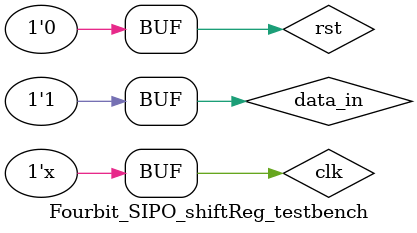
<source format=v>
module Fourbit_SIPO_shiftReg(clk,rst, data_in, data_out);

	input clk,rst;
	
	input data_in;
	
	output [3:0] data_out;
	
	wire[3:0] data_out;
	
	reg [3:0] shiftRegBank;

	always @(posedge clk,posedge rst)

		begin

			if (rst == 1'b1)

			shiftRegBank <= 4'b0000;

		else

		begin

			shiftRegBank[0] <= data_in;
			
			shiftRegBank[1] <= shiftRegBank[0];
			
			shiftRegBank[2] <= shiftRegBank[1];
			
			shiftRegBank[3] <= shiftRegBank[2];

		end

	end

	assign data_out = shiftRegBank;

endmodule


module Fourbit_SIPO_shiftReg_testbench;

reg clk,rst;

reg data_in;

wire [3:0] data_out;

Fourbit_SIPO_shiftReg shift(clk,rst,data_in,data_out);

initial begin

	clk = 0;

end


initial begin
	rst = 1; #15;
	
	rst = 0; data_in = 1'b1; #40
	
	data_in=1'b0; #20 
	
	data_in=1'b1;	#20

	data_in=1'b0;	#40
	
	data_in=1'b0;	#10

	data_in=1'b1;


end

always 
begin
#5 clk = ~clk;
end

initial #350 ;

endmodule
</source>
